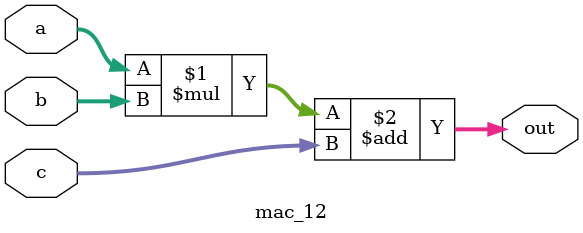
<source format=v>
module mac_12(	// file.cleaned.mlir:2:3
  input  [11:0] a,	// file.cleaned.mlir:2:24
                b,	// file.cleaned.mlir:2:37
                c,	// file.cleaned.mlir:2:50
  output [11:0] out	// file.cleaned.mlir:2:64
);

  assign out = a * b + c;	// file.cleaned.mlir:3:10, :4:10, :5:5
endmodule


</source>
